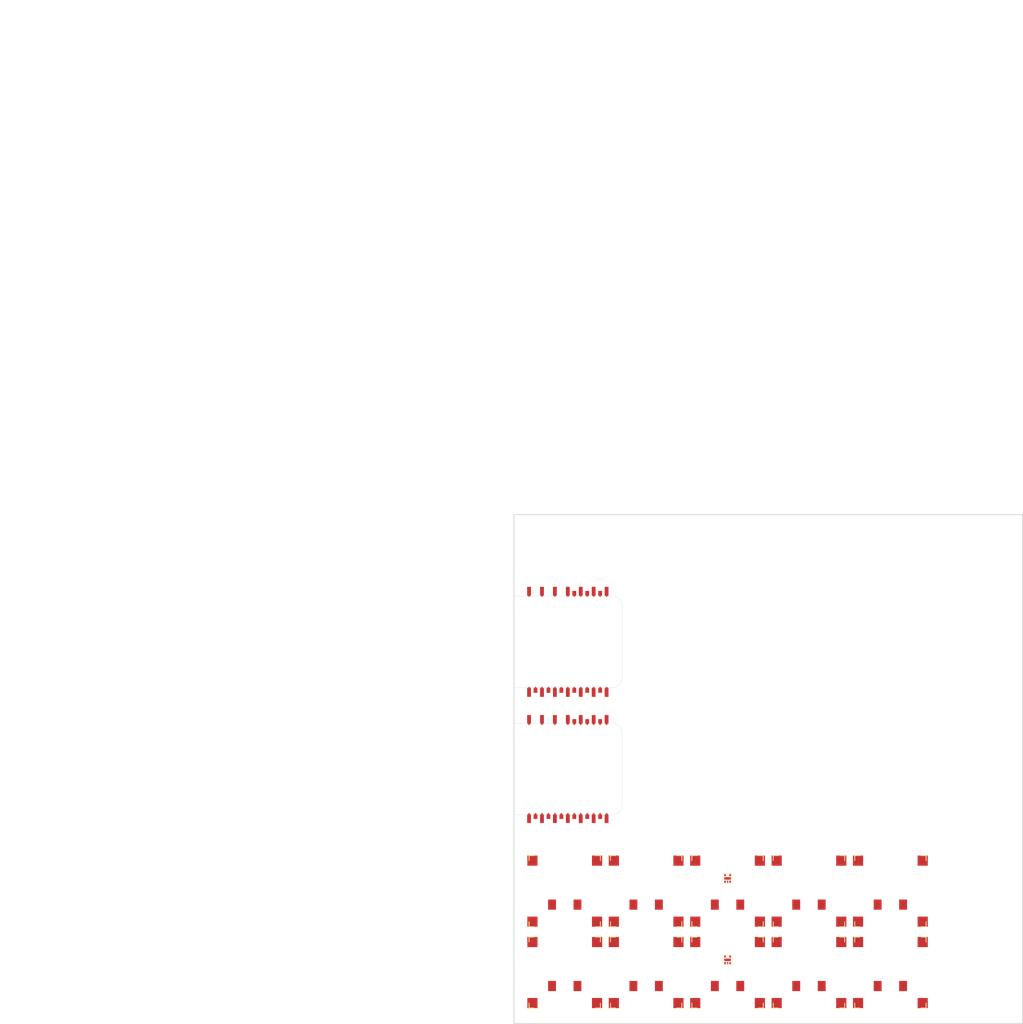
<source format=kicad_pcb>
(kicad_pcb (version 20171130) (host pcbnew 5.1.6)
  (title_block (title "utility_board") (rev "v1.0.0") (company "Unknown"))
  (layers (0 F.Cu signal) (31 B.Cu signal) (34 B.Paste user) (35 F.Paste user) (36 B.SilkS user) (37 F.SilkS user) (38 B.Mask user) (39 F.Mask user) (44 Edge.Cuts user))
  (net 0 "")
  (net 1 "P0.02")
  (net 2 "pinky_home")
  (net 3 "pinky_top")
  (net 4 "P0.15")
  (net 5 "ring_home")
  (net 6 "ring_top")
  (net 7 "P1.13")
  (net 8 "middle_home")
  (net 9 "middle_top")
  (net 10 "P1.05")
  (net 11 "index_home")
  (net 12 "index_top")
  (net 13 "P1.14")
  (net 14 "inner_home")
  (net 15 "inner_top")
  (net 16 "P0.03")
  (net 17 "P1.03")
  (net 18 "P0.28")
  (net 19 "P0.29")
  (net 20 "P0.04")
  (net 21 "P0.05")
  (net 22 "P1.11")
  (net 23 "P1.12")
  (net 24 "P1.15")
  (net 25 "3V3")
  (net 26 "GND")
  (net 27 "5V")
  (net 28 "P0.19")
  (net 29 "P1.01")
  (net 30 "P0.09")
  (net 31 "P0.10")
  (net 32 "P0.31")
  (net 33 "P1.07")
  (net 34 "DIO")
  (net 35 "CLK")
  (net 36 "RST")
  (net 37 "BAT+")
  (module PG1316S (layer F.Cu) (at 110 190 0)
    (fp_text reference "S1" hide)
    (fp_text value "" hide)
    (fp_line (start -7 -6) (end -7 -7) (layer F.SilkS) (width 0.15))
    (fp_line (start -7 7) (end -6 7) (layer F.SilkS) (width 0.15))
    (fp_line (start -6 -7) (end -7 -7) (layer F.SilkS) (width 0.15))
    (fp_line (start -7 7) (end -7 6) (layer F.SilkS) (width 0.15))
    (fp_line (start 7 6) (end 7 7) (layer F.SilkS) (width 0.15))
    (fp_line (start 7 -7) (end 6 -7) (layer F.SilkS) (width 0.15))
    (fp_line (start 6 7) (end 7 7) (layer F.SilkS) (width 0.15))
    (fp_line (start 7 -7) (end 7 -6) (layer F.SilkS) (width 0.15))
    (pad "1" smd rect (at -2.5 2.65 0) (size 1.55 2) (layers "F.Cu" "F.Paste" "F.Mask") (net 2 "pinky_home"))
    (pad "2" smd rect (at 2.5 2.65 0) (size 1.55 2) (layers "F.Cu" "F.Paste" "F.Mask") (net 1 "P0.02"))
    (pad "MP" smd rect (at -6.35 -6 0) (size 2 2) (layers "F.Cu" "F.Paste" "F.Mask"))
    (pad "MP" smd rect (at -6.35 6 0) (size 2 2) (layers "F.Cu" "F.Paste" "F.Mask"))
    (pad "MP" smd rect (at 6.35 -6 0) (size 2 2) (layers "F.Cu" "F.Paste" "F.Mask"))
    (pad "MP" smd rect (at 6.35 6 0) (size 2 2) (layers "F.Cu" "F.Paste" "F.Mask"))
  )
  (module PG1316S (layer F.Cu) (at 110 174 0)
    (fp_text reference "S2" hide)
    (fp_text value "" hide)
    (fp_line (start -7 -6) (end -7 -7) (layer F.SilkS) (width 0.15))
    (fp_line (start -7 7) (end -6 7) (layer F.SilkS) (width 0.15))
    (fp_line (start -6 -7) (end -7 -7) (layer F.SilkS) (width 0.15))
    (fp_line (start -7 7) (end -7 6) (layer F.SilkS) (width 0.15))
    (fp_line (start 7 6) (end 7 7) (layer F.SilkS) (width 0.15))
    (fp_line (start 7 -7) (end 6 -7) (layer F.SilkS) (width 0.15))
    (fp_line (start 6 7) (end 7 7) (layer F.SilkS) (width 0.15))
    (fp_line (start 7 -7) (end 7 -6) (layer F.SilkS) (width 0.15))
    (pad "1" smd rect (at -2.5 2.65 0) (size 1.55 2) (layers "F.Cu" "F.Paste" "F.Mask") (net 3 "pinky_top"))
    (pad "2" smd rect (at 2.5 2.65 0) (size 1.55 2) (layers "F.Cu" "F.Paste" "F.Mask") (net 1 "P0.02"))
    (pad "MP" smd rect (at -6.35 -6 0) (size 2 2) (layers "F.Cu" "F.Paste" "F.Mask"))
    (pad "MP" smd rect (at -6.35 6 0) (size 2 2) (layers "F.Cu" "F.Paste" "F.Mask"))
    (pad "MP" smd rect (at 6.35 -6 0) (size 2 2) (layers "F.Cu" "F.Paste" "F.Mask"))
    (pad "MP" smd rect (at 6.35 6 0) (size 2 2) (layers "F.Cu" "F.Paste" "F.Mask"))
  )
  (module PG1316S (layer F.Cu) (at 126 190 0)
    (fp_text reference "S3" hide)
    (fp_text value "" hide)
    (fp_line (start -7 -6) (end -7 -7) (layer F.SilkS) (width 0.15))
    (fp_line (start -7 7) (end -6 7) (layer F.SilkS) (width 0.15))
    (fp_line (start -6 -7) (end -7 -7) (layer F.SilkS) (width 0.15))
    (fp_line (start -7 7) (end -7 6) (layer F.SilkS) (width 0.15))
    (fp_line (start 7 6) (end 7 7) (layer F.SilkS) (width 0.15))
    (fp_line (start 7 -7) (end 6 -7) (layer F.SilkS) (width 0.15))
    (fp_line (start 6 7) (end 7 7) (layer F.SilkS) (width 0.15))
    (fp_line (start 7 -7) (end 7 -6) (layer F.SilkS) (width 0.15))
    (pad "1" smd rect (at -2.5 2.65 0) (size 1.55 2) (layers "F.Cu" "F.Paste" "F.Mask") (net 5 "ring_home"))
    (pad "2" smd rect (at 2.5 2.65 0) (size 1.55 2) (layers "F.Cu" "F.Paste" "F.Mask") (net 4 "P0.15"))
    (pad "MP" smd rect (at -6.35 -6 0) (size 2 2) (layers "F.Cu" "F.Paste" "F.Mask"))
    (pad "MP" smd rect (at -6.35 6 0) (size 2 2) (layers "F.Cu" "F.Paste" "F.Mask"))
    (pad "MP" smd rect (at 6.35 -6 0) (size 2 2) (layers "F.Cu" "F.Paste" "F.Mask"))
    (pad "MP" smd rect (at 6.35 6 0) (size 2 2) (layers "F.Cu" "F.Paste" "F.Mask"))
  )
  (module PG1316S (layer F.Cu) (at 126 174 0)
    (fp_text reference "S4" hide)
    (fp_text value "" hide)
    (fp_line (start -7 -6) (end -7 -7) (layer F.SilkS) (width 0.15))
    (fp_line (start -7 7) (end -6 7) (layer F.SilkS) (width 0.15))
    (fp_line (start -6 -7) (end -7 -7) (layer F.SilkS) (width 0.15))
    (fp_line (start -7 7) (end -7 6) (layer F.SilkS) (width 0.15))
    (fp_line (start 7 6) (end 7 7) (layer F.SilkS) (width 0.15))
    (fp_line (start 7 -7) (end 6 -7) (layer F.SilkS) (width 0.15))
    (fp_line (start 6 7) (end 7 7) (layer F.SilkS) (width 0.15))
    (fp_line (start 7 -7) (end 7 -6) (layer F.SilkS) (width 0.15))
    (pad "1" smd rect (at -2.5 2.65 0) (size 1.55 2) (layers "F.Cu" "F.Paste" "F.Mask") (net 6 "ring_top"))
    (pad "2" smd rect (at 2.5 2.65 0) (size 1.55 2) (layers "F.Cu" "F.Paste" "F.Mask") (net 4 "P0.15"))
    (pad "MP" smd rect (at -6.35 -6 0) (size 2 2) (layers "F.Cu" "F.Paste" "F.Mask"))
    (pad "MP" smd rect (at -6.35 6 0) (size 2 2) (layers "F.Cu" "F.Paste" "F.Mask"))
    (pad "MP" smd rect (at 6.35 -6 0) (size 2 2) (layers "F.Cu" "F.Paste" "F.Mask"))
    (pad "MP" smd rect (at 6.35 6 0) (size 2 2) (layers "F.Cu" "F.Paste" "F.Mask"))
  )
  (module PG1316S (layer F.Cu) (at 142 190 0)
    (fp_text reference "S5" hide)
    (fp_text value "" hide)
    (fp_line (start -7 -6) (end -7 -7) (layer F.SilkS) (width 0.15))
    (fp_line (start -7 7) (end -6 7) (layer F.SilkS) (width 0.15))
    (fp_line (start -6 -7) (end -7 -7) (layer F.SilkS) (width 0.15))
    (fp_line (start -7 7) (end -7 6) (layer F.SilkS) (width 0.15))
    (fp_line (start 7 6) (end 7 7) (layer F.SilkS) (width 0.15))
    (fp_line (start 7 -7) (end 6 -7) (layer F.SilkS) (width 0.15))
    (fp_line (start 6 7) (end 7 7) (layer F.SilkS) (width 0.15))
    (fp_line (start 7 -7) (end 7 -6) (layer F.SilkS) (width 0.15))
    (pad "1" smd rect (at -2.5 2.65 0) (size 1.55 2) (layers "F.Cu" "F.Paste" "F.Mask") (net 8 "middle_home"))
    (pad "2" smd rect (at 2.5 2.65 0) (size 1.55 2) (layers "F.Cu" "F.Paste" "F.Mask") (net 7 "P1.13"))
    (pad "MP" smd rect (at -6.35 -6 0) (size 2 2) (layers "F.Cu" "F.Paste" "F.Mask"))
    (pad "MP" smd rect (at -6.35 6 0) (size 2 2) (layers "F.Cu" "F.Paste" "F.Mask"))
    (pad "MP" smd rect (at 6.35 -6 0) (size 2 2) (layers "F.Cu" "F.Paste" "F.Mask"))
    (pad "MP" smd rect (at 6.35 6 0) (size 2 2) (layers "F.Cu" "F.Paste" "F.Mask"))
  )
  (module PG1316S (layer F.Cu) (at 142 174 0)
    (fp_text reference "S6" hide)
    (fp_text value "" hide)
    (fp_line (start -7 -6) (end -7 -7) (layer F.SilkS) (width 0.15))
    (fp_line (start -7 7) (end -6 7) (layer F.SilkS) (width 0.15))
    (fp_line (start -6 -7) (end -7 -7) (layer F.SilkS) (width 0.15))
    (fp_line (start -7 7) (end -7 6) (layer F.SilkS) (width 0.15))
    (fp_line (start 7 6) (end 7 7) (layer F.SilkS) (width 0.15))
    (fp_line (start 7 -7) (end 6 -7) (layer F.SilkS) (width 0.15))
    (fp_line (start 6 7) (end 7 7) (layer F.SilkS) (width 0.15))
    (fp_line (start 7 -7) (end 7 -6) (layer F.SilkS) (width 0.15))
    (pad "1" smd rect (at -2.5 2.65 0) (size 1.55 2) (layers "F.Cu" "F.Paste" "F.Mask") (net 9 "middle_top"))
    (pad "2" smd rect (at 2.5 2.65 0) (size 1.55 2) (layers "F.Cu" "F.Paste" "F.Mask") (net 7 "P1.13"))
    (pad "MP" smd rect (at -6.35 -6 0) (size 2 2) (layers "F.Cu" "F.Paste" "F.Mask"))
    (pad "MP" smd rect (at -6.35 6 0) (size 2 2) (layers "F.Cu" "F.Paste" "F.Mask"))
    (pad "MP" smd rect (at 6.35 -6 0) (size 2 2) (layers "F.Cu" "F.Paste" "F.Mask"))
    (pad "MP" smd rect (at 6.35 6 0) (size 2 2) (layers "F.Cu" "F.Paste" "F.Mask"))
  )
  (module PG1316S (layer F.Cu) (at 158 190 0)
    (fp_text reference "S7" hide)
    (fp_text value "" hide)
    (fp_line (start -7 -6) (end -7 -7) (layer F.SilkS) (width 0.15))
    (fp_line (start -7 7) (end -6 7) (layer F.SilkS) (width 0.15))
    (fp_line (start -6 -7) (end -7 -7) (layer F.SilkS) (width 0.15))
    (fp_line (start -7 7) (end -7 6) (layer F.SilkS) (width 0.15))
    (fp_line (start 7 6) (end 7 7) (layer F.SilkS) (width 0.15))
    (fp_line (start 7 -7) (end 6 -7) (layer F.SilkS) (width 0.15))
    (fp_line (start 6 7) (end 7 7) (layer F.SilkS) (width 0.15))
    (fp_line (start 7 -7) (end 7 -6) (layer F.SilkS) (width 0.15))
    (pad "1" smd rect (at -2.5 2.65 0) (size 1.55 2) (layers "F.Cu" "F.Paste" "F.Mask") (net 11 "index_home"))
    (pad "2" smd rect (at 2.5 2.65 0) (size 1.55 2) (layers "F.Cu" "F.Paste" "F.Mask") (net 10 "P1.05"))
    (pad "MP" smd rect (at -6.35 -6 0) (size 2 2) (layers "F.Cu" "F.Paste" "F.Mask"))
    (pad "MP" smd rect (at -6.35 6 0) (size 2 2) (layers "F.Cu" "F.Paste" "F.Mask"))
    (pad "MP" smd rect (at 6.35 -6 0) (size 2 2) (layers "F.Cu" "F.Paste" "F.Mask"))
    (pad "MP" smd rect (at 6.35 6 0) (size 2 2) (layers "F.Cu" "F.Paste" "F.Mask"))
  )
  (module PG1316S (layer F.Cu) (at 158 174 0)
    (fp_text reference "S8" hide)
    (fp_text value "" hide)
    (fp_line (start -7 -6) (end -7 -7) (layer F.SilkS) (width 0.15))
    (fp_line (start -7 7) (end -6 7) (layer F.SilkS) (width 0.15))
    (fp_line (start -6 -7) (end -7 -7) (layer F.SilkS) (width 0.15))
    (fp_line (start -7 7) (end -7 6) (layer F.SilkS) (width 0.15))
    (fp_line (start 7 6) (end 7 7) (layer F.SilkS) (width 0.15))
    (fp_line (start 7 -7) (end 6 -7) (layer F.SilkS) (width 0.15))
    (fp_line (start 6 7) (end 7 7) (layer F.SilkS) (width 0.15))
    (fp_line (start 7 -7) (end 7 -6) (layer F.SilkS) (width 0.15))
    (pad "1" smd rect (at -2.5 2.65 0) (size 1.55 2) (layers "F.Cu" "F.Paste" "F.Mask") (net 12 "index_top"))
    (pad "2" smd rect (at 2.5 2.65 0) (size 1.55 2) (layers "F.Cu" "F.Paste" "F.Mask") (net 10 "P1.05"))
    (pad "MP" smd rect (at -6.35 -6 0) (size 2 2) (layers "F.Cu" "F.Paste" "F.Mask"))
    (pad "MP" smd rect (at -6.35 6 0) (size 2 2) (layers "F.Cu" "F.Paste" "F.Mask"))
    (pad "MP" smd rect (at 6.35 -6 0) (size 2 2) (layers "F.Cu" "F.Paste" "F.Mask"))
    (pad "MP" smd rect (at 6.35 6 0) (size 2 2) (layers "F.Cu" "F.Paste" "F.Mask"))
  )
  (module PG1316S (layer F.Cu) (at 174 190 0)
    (fp_text reference "S9" hide)
    (fp_text value "" hide)
    (fp_line (start -7 -6) (end -7 -7) (layer F.SilkS) (width 0.15))
    (fp_line (start -7 7) (end -6 7) (layer F.SilkS) (width 0.15))
    (fp_line (start -6 -7) (end -7 -7) (layer F.SilkS) (width 0.15))
    (fp_line (start -7 7) (end -7 6) (layer F.SilkS) (width 0.15))
    (fp_line (start 7 6) (end 7 7) (layer F.SilkS) (width 0.15))
    (fp_line (start 7 -7) (end 6 -7) (layer F.SilkS) (width 0.15))
    (fp_line (start 6 7) (end 7 7) (layer F.SilkS) (width 0.15))
    (fp_line (start 7 -7) (end 7 -6) (layer F.SilkS) (width 0.15))
    (pad "1" smd rect (at -2.5 2.65 0) (size 1.55 2) (layers "F.Cu" "F.Paste" "F.Mask") (net 14 "inner_home"))
    (pad "2" smd rect (at 2.5 2.65 0) (size 1.55 2) (layers "F.Cu" "F.Paste" "F.Mask") (net 13 "P1.14"))
    (pad "MP" smd rect (at -6.35 -6 0) (size 2 2) (layers "F.Cu" "F.Paste" "F.Mask"))
    (pad "MP" smd rect (at -6.35 6 0) (size 2 2) (layers "F.Cu" "F.Paste" "F.Mask"))
    (pad "MP" smd rect (at 6.35 -6 0) (size 2 2) (layers "F.Cu" "F.Paste" "F.Mask"))
    (pad "MP" smd rect (at 6.35 6 0) (size 2 2) (layers "F.Cu" "F.Paste" "F.Mask"))
  )
  (module PG1316S (layer F.Cu) (at 174 174 0)
    (fp_text reference "S10" hide)
    (fp_text value "" hide)
    (fp_line (start -7 -6) (end -7 -7) (layer F.SilkS) (width 0.15))
    (fp_line (start -7 7) (end -6 7) (layer F.SilkS) (width 0.15))
    (fp_line (start -6 -7) (end -7 -7) (layer F.SilkS) (width 0.15))
    (fp_line (start -7 7) (end -7 6) (layer F.SilkS) (width 0.15))
    (fp_line (start 7 6) (end 7 7) (layer F.SilkS) (width 0.15))
    (fp_line (start 7 -7) (end 6 -7) (layer F.SilkS) (width 0.15))
    (fp_line (start 6 7) (end 7 7) (layer F.SilkS) (width 0.15))
    (fp_line (start 7 -7) (end 7 -6) (layer F.SilkS) (width 0.15))
    (pad "1" smd rect (at -2.5 2.65 0) (size 1.55 2) (layers "F.Cu" "F.Paste" "F.Mask") (net 15 "inner_top"))
    (pad "2" smd rect (at 2.5 2.65 0) (size 1.55 2) (layers "F.Cu" "F.Paste" "F.Mask") (net 13 "P1.14"))
    (pad "MP" smd rect (at -6.35 -6 0) (size 2 2) (layers "F.Cu" "F.Paste" "F.Mask"))
    (pad "MP" smd rect (at -6.35 6 0) (size 2 2) (layers "F.Cu" "F.Paste" "F.Mask"))
    (pad "MP" smd rect (at 6.35 -6 0) (size 2 2) (layers "F.Cu" "F.Paste" "F.Mask"))
    (pad "MP" smd rect (at 6.35 6 0) (size 2 2) (layers "F.Cu" "F.Paste" "F.Mask"))
  )
  (footprint "D_MMBD4148PLM" (at 142 187.5 180) (layer F.Cu)
    (property "Reference" "D1" hide)
    (pad "1" smd roundrect (at -0.5 -0.6875 360) (size 0.3 0.525) (layers "F.Cu" "F.Mask" "F.Paste") (roundrect_rratio 0.15) (net 11 "index_home"))
    (pad "2" smd roundrect (at 0 -0.6875 360) (size 0.3 0.525) (layers "F.Cu" "F.Mask" "F.Paste") (roundrect_rratio 0.15) (net 8 "middle_home"))
    (pad "3" smd roundrect (at 0.5 -0.6875 360) (size 0.3 0.525) (layers "F.Cu" "F.Mask" "F.Paste") (roundrect_rratio 0.15) (net 5 "ring_home"))
    (pad "4" smd roundrect (at -0.5 0.6875 360) (size 0.3 0.525) (layers "F.Cu" "F.Mask" "F.Paste") (roundrect_rratio 0.15) (net 14 "inner_home"))
    (pad "5" smd roundrect (at 0.5 0.6875 360) (size 0.3 0.525) (layers "F.Cu" "F.Mask" "F.Paste") (roundrect_rratio 0.15) (net 2 "pinky_home"))
    (pad "6" smd roundrect (at 0 0 360) (size 1.3 0.5) (layers "F.Cu" "F.Mask" "F.Paste") (roundrect_rratio 0.15) (net 16 "P0.03"))
    (fp_rect (start -0.85 -0.85) (end 0.85 0.85) (stroke (width 0.1)) (fill no) (layer F.SilkS))
  )
  (footprint "D_MMBD4148PLM" (at 142 171.5 180) (layer F.Cu)
    (property "Reference" "D2" hide)
    (pad "1" smd roundrect (at -0.5 -0.6875 360) (size 0.3 0.525) (layers "F.Cu" "F.Mask" "F.Paste") (roundrect_rratio 0.15) (net 12 "index_top"))
    (pad "2" smd roundrect (at 0 -0.6875 360) (size 0.3 0.525) (layers "F.Cu" "F.Mask" "F.Paste") (roundrect_rratio 0.15) (net 9 "middle_top"))
    (pad "3" smd roundrect (at 0.5 -0.6875 360) (size 0.3 0.525) (layers "F.Cu" "F.Mask" "F.Paste") (roundrect_rratio 0.15) (net 6 "ring_top"))
    (pad "4" smd roundrect (at -0.5 0.6875 360) (size 0.3 0.525) (layers "F.Cu" "F.Mask" "F.Paste") (roundrect_rratio 0.15) (net 15 "inner_top"))
    (pad "5" smd roundrect (at 0.5 0.6875 360) (size 0.3 0.525) (layers "F.Cu" "F.Mask" "F.Paste") (roundrect_rratio 0.15) (net 3 "pinky_top"))
    (pad "6" smd roundrect (at 0 0 360) (size 1.3 0.5) (layers "F.Cu" "F.Mask" "F.Paste") (roundrect_rratio 0.15) (net 17 "P1.03"))
    (fp_rect (start -0.85 -0.85) (end 0.85 0.85) (stroke (width 0.1)) (fill no) (layer F.SilkS))
  )
  (footprint "xiao_plus_cutout" (at 110.6 150 90) (layer F.Cu)
    (property "Reference" "J1" hide)
    (pad "1" smd roundrect (at -9.6 -7.6165 270) (size 2.032 0.75) (layers "F.Cu" "F.Mask" "F.Paste") (roundrect_rratio 0.1) (chamfer_ratio 0.5) (chamfer top_left bottom_left) (net 1 "P0.02"))
    (pad "2" smd roundrect (at -9.6 -5.0765 270) (size 2.032 0.75) (layers "F.Cu" "F.Mask" "F.Paste") (roundrect_rratio 0.1) (chamfer_ratio 0.5) (chamfer top_left bottom_left) (net 16 "P0.03"))
    (pad "3" smd roundrect (at -9.6 -2.5365 270) (size 2.032 0.75) (layers "F.Cu" "F.Mask" "F.Paste") (roundrect_rratio 0.1) (chamfer_ratio 0.5) (chamfer top_left bottom_left) (net 18 "P0.28"))
    (pad "4" smd roundrect (at -9.6 0.0035 270) (size 2.032 0.75) (layers "F.Cu" "F.Mask" "F.Paste") (roundrect_rratio 0.1) (chamfer_ratio 0.5) (chamfer top_left bottom_left) (net 19 "P0.29"))
    (pad "5" smd roundrect (at -9.6 2.5435 270) (size 2.032 0.75) (layers "F.Cu" "F.Mask" "F.Paste") (roundrect_rratio 0.1) (chamfer_ratio 0.5) (chamfer top_left bottom_left) (net 20 "P0.04"))
    (pad "6" smd roundrect (at -9.6 5.0835 270) (size 2.032 0.75) (layers "F.Cu" "F.Mask" "F.Paste") (roundrect_rratio 0.1) (chamfer_ratio 0.5) (chamfer top_left bottom_left) (net 21 "P0.05"))
    (pad "7" smd roundrect (at -9.6 7.6235 270) (size 2.032 0.75) (layers "F.Cu" "F.Mask" "F.Paste") (roundrect_rratio 0.1) (chamfer_ratio 0.5) (chamfer top_left bottom_left) (net 22 "P1.11"))
    (pad "8" smd roundrect (at 9.6 7.6235 90) (size 2.032 0.75) (layers "F.Cu" "F.Mask" "F.Paste") (roundrect_rratio 0.1) (chamfer_ratio 0.5) (chamfer top_left bottom_left) (net 23 "P1.12"))
    (pad "9" smd roundrect (at 9.6 5.0835 90) (size 2.032 0.75) (layers "F.Cu" "F.Mask" "F.Paste") (roundrect_rratio 0.1) (chamfer_ratio 0.5) (chamfer top_left bottom_left) (net 7 "P1.13"))
    (pad "10" smd roundrect (at 9.6 2.5435 90) (size 2.032 0.75) (layers "F.Cu" "F.Mask" "F.Paste") (roundrect_rratio 0.1) (chamfer_ratio 0.5) (chamfer top_left bottom_left) (net 13 "P1.14"))
    (pad "11" smd roundrect (at 9.6 0.0035 90) (size 2.032 0.75) (layers "F.Cu" "F.Mask" "F.Paste") (roundrect_rratio 0.1) (chamfer_ratio 0.5) (chamfer top_left bottom_left) (net 24 "P1.15"))
    (pad "12" smd roundrect (at 9.6 -2.5365 90) (size 2.032 0.75) (layers "F.Cu" "F.Mask" "F.Paste") (roundrect_rratio 0.1) (chamfer_ratio 0.5) (chamfer top_left bottom_left) (net 25 "3V3"))
    (pad "13" smd roundrect (at 9.6 -5.0765 90) (size 2.032 0.75) (layers "F.Cu" "F.Mask" "F.Paste") (roundrect_rratio 0.1) (chamfer_ratio 0.5) (chamfer top_left bottom_left) (net 26 "GND"))
    (pad "14" smd roundrect (at 9.6 -7.6165 90) (size 2.032 0.75) (layers "F.Cu" "F.Mask" "F.Paste") (roundrect_rratio 0.1) (chamfer_ratio 0.5) (chamfer top_left bottom_left) (net 27 "5V"))
    (pad "15" smd roundrect (at -9.2 -6.3465 270) (size 1.232 0.75) (layers "F.Cu" "F.Mask" "F.Paste") (roundrect_rratio 0.1) (chamfer_ratio 0.5) (chamfer top_left bottom_left) (net 4 "P0.15"))
    (pad "16" smd roundrect (at -9.2 -3.8065 270) (size 1.232 0.75) (layers "F.Cu" "F.Mask" "F.Paste") (roundrect_rratio 0.1) (chamfer_ratio 0.5) (chamfer top_left bottom_left) (net 28 "P0.19"))
    (pad "17" smd roundrect (at -9.2 -1.2665 270) (size 1.232 0.75) (layers "F.Cu" "F.Mask" "F.Paste") (roundrect_rratio 0.1) (chamfer_ratio 0.5) (chamfer top_left bottom_left) (net 29 "P1.01"))
    (pad "18" smd roundrect (at -9.2 1.2735 270) (size 1.232 0.75) (layers "F.Cu" "F.Mask" "F.Paste") (roundrect_rratio 0.1) (chamfer_ratio 0.5) (chamfer top_left bottom_left) (net 30 "P0.09"))
    (pad "19" smd roundrect (at -9.2 3.8135 270) (size 1.232 0.75) (layers "F.Cu" "F.Mask" "F.Paste") (roundrect_rratio 0.1) (chamfer_ratio 0.5) (chamfer top_left bottom_left) (net 31 "P0.10"))
    (pad "20" smd roundrect (at -9.2 6.3535 270) (size 1.232 0.75) (layers "F.Cu" "F.Mask" "F.Paste") (roundrect_rratio 0.1) (chamfer_ratio 0.5) (chamfer top_left bottom_left) (net 32 "P0.31"))
    (pad "21" smd roundrect (at 9.2 6.3535 90) (size 1.232 0.75) (layers "F.Cu" "F.Mask" "F.Paste") (roundrect_rratio 0.1) (chamfer_ratio 0.5) (chamfer top_left bottom_left) (net 17 "P1.03"))
    (pad "22" smd roundrect (at 9.2 3.8135 90) (size 1.232 0.75) (layers "F.Cu" "F.Mask" "F.Paste") (roundrect_rratio 0.1) (chamfer_ratio 0.5) (chamfer top_left bottom_left) (net 10 "P1.05"))
    (pad "23" smd roundrect (at 9.2 1.2735 90) (size 1.232 0.75) (layers "F.Cu" "F.Mask" "F.Paste") (roundrect_rratio 0.1) (chamfer_ratio 0.5) (chamfer top_left bottom_left) (net 33 "P1.07"))
    (fp_line (start -8.99 -7.8665) (end -8.99 -10.6675) (stroke (width 0.05)) (layer "Edge.Cuts"))
    (fp_arc (start -8.99 -7.6165) (end -8.99 -7.8665) (angle 180) (stroke (width 0.05)) (layer "Edge.Cuts"))
    (fp_line (start -8.99 -6.5965) (end -8.99 -7.3665) (stroke (width 0.05)) (layer "Edge.Cuts"))
    (fp_arc (start -8.99 -6.3465) (end -8.99 -6.5965) (angle 180) (stroke (width 0.05)) (layer "Edge.Cuts"))
    (fp_line (start -8.99 -5.3265) (end -8.99 -6.0965) (stroke (width 0.05)) (layer "Edge.Cuts"))
    (fp_arc (start -8.99 -5.0765) (end -8.99 -5.3265) (angle 180) (stroke (width 0.05)) (layer "Edge.Cuts"))
    (fp_line (start -8.99 -4.0565) (end -8.99 -4.8265) (stroke (width 0.05)) (layer "Edge.Cuts"))
    (fp_arc (start -8.99 -3.8065) (end -8.99 -4.0565) (angle 180) (stroke (width 0.05)) (layer "Edge.Cuts"))
    (fp_line (start -8.99 -2.7865) (end -8.99 -3.5565) (stroke (width 0.05)) (layer "Edge.Cuts"))
    (fp_arc (start -8.99 -2.5365) (end -8.99 -2.7865) (angle 180) (stroke (width 0.05)) (layer "Edge.Cuts"))
    (fp_line (start -8.99 -1.5165) (end -8.99 -2.2865) (stroke (width 0.05)) (layer "Edge.Cuts"))
    (fp_arc (start -8.99 -1.2665) (end -8.99 -1.5165) (angle 180) (stroke (width 0.05)) (layer "Edge.Cuts"))
    (fp_line (start -8.99 -0.2435) (end -8.99 -1.0165) (stroke (width 0.05)) (layer "Edge.Cuts"))
    (fp_arc (start -8.99 0.0035) (end -8.99 0.2535) (angle -180) (stroke (width 0.05)) (layer "Edge.Cuts"))
    (fp_line (start -8.99 1.0235) (end -8.99 0.2535) (stroke (width 0.05)) (layer "Edge.Cuts"))
    (fp_arc (start -8.99 1.2735) (end -8.99 1.5235) (angle -180) (stroke (width 0.05)) (layer "Edge.Cuts"))
    (fp_line (start -8.99 2.2935) (end -8.99 1.5235) (stroke (width 0.05)) (layer "Edge.Cuts"))
    (fp_arc (start -8.99 2.5435) (end -8.99 2.7935) (angle -180) (stroke (width 0.05)) (layer "Edge.Cuts"))
    (fp_line (start -8.99 3.5635) (end -8.99 2.7935) (stroke (width 0.05)) (layer "Edge.Cuts"))
    (fp_arc (start -8.99 3.8135) (end -8.99 4.0635) (angle -180) (stroke (width 0.05)) (layer "Edge.Cuts"))
    (fp_line (start -8.99 4.8335) (end -8.99 4.0635) (stroke (width 0.05)) (layer "Edge.Cuts"))
    (fp_arc (start -8.99 5.0835) (end -8.99 5.3335) (angle -180) (stroke (width 0.05)) (layer "Edge.Cuts"))
    (fp_line (start -8.99 6.1035) (end -8.99 5.3335) (stroke (width 0.05)) (layer "Edge.Cuts"))
    (fp_arc (start -8.99 6.3535) (end -8.99 6.6035) (angle -180) (stroke (width 0.05)) (layer "Edge.Cuts"))
    (fp_line (start -8.99 7.3735) (end -8.99 6.6035) (stroke (width 0.05)) (layer "Edge.Cuts"))
    (fp_arc (start -8.99 7.6235) (end -8.99 7.8735) (angle -180) (stroke (width 0.05)) (layer "Edge.Cuts"))
    (fp_line (start -8.99 8.7625) (end -8.99 7.8735) (stroke (width 0.05)) (layer "Edge.Cuts"))
    (fp_line (start 8.99 -7.8665) (end 8.99 -10.6675) (stroke (width 0.05)) (layer "Edge.Cuts"))
    (fp_arc (start 8.99 -7.6165) (end 8.99 -7.8665) (angle -180) (stroke (width 0.05)) (layer "Edge.Cuts"))
    (fp_line (start 8.99 -5.3265) (end 8.99 -7.3665) (stroke (width 0.05)) (layer "Edge.Cuts"))
    (fp_arc (start 8.99 -5.0765) (end 8.99 -5.3265) (angle -180) (stroke (width 0.05)) (layer "Edge.Cuts"))
    (fp_line (start 8.99 -2.7865) (end 8.99 -4.8265) (stroke (width 0.05)) (layer "Edge.Cuts"))
    (fp_arc (start 8.99 -2.5365) (end 8.99 -2.7865) (angle -180) (stroke (width 0.05)) (layer "Edge.Cuts"))
    (fp_line (start 8.99 -0.2465) (end 8.99 -2.2865) (stroke (width 0.05)) (layer "Edge.Cuts"))
    (fp_arc (start 8.99 0.0035) (end 8.99 0.2535) (angle 180) (stroke (width 0.05)) (layer "Edge.Cuts"))
    (fp_line (start 8.99 1.0235) (end 8.99 0.2535) (stroke (width 0.05)) (layer "Edge.Cuts"))
    (fp_arc (start 8.99 1.2735) (end 8.99 1.5235) (angle 180) (stroke (width 0.05)) (layer "Edge.Cuts"))
    (fp_line (start 8.99 2.2935) (end 8.99 1.5235) (stroke (width 0.05)) (layer "Edge.Cuts"))
    (fp_arc (start 8.99 2.5435) (end 8.99 2.7935) (angle 180) (stroke (width 0.05)) (layer "Edge.Cuts"))
    (fp_line (start 8.99 3.5635) (end 8.99 2.7935) (stroke (width 0.05)) (layer "Edge.Cuts"))
    (fp_arc (start 8.99 3.8135) (end 8.99 4.0635) (angle 180) (stroke (width 0.05)) (layer "Edge.Cuts"))
    (fp_line (start 8.99 4.8335) (end 8.99 4.0635) (stroke (width 0.05)) (layer "Edge.Cuts"))
    (fp_arc (start 8.99 5.0835) (end 8.99 5.3335) (angle 180) (stroke (width 0.05)) (layer "Edge.Cuts"))
    (fp_line (start 8.99 6.1035) (end 8.99 5.3335) (stroke (width 0.05)) (layer "Edge.Cuts"))
    (fp_arc (start 8.99 6.3535) (end 8.99 6.6035) (angle 180) (stroke (width 0.05)) (layer "Edge.Cuts"))
    (fp_line (start 8.99 7.3735) (end 8.99 6.6035) (stroke (width 0.05)) (layer "Edge.Cuts"))
    (fp_arc (start 8.99 7.6235) (end 8.99 7.8735) (angle 180) (stroke (width 0.05)) (layer "Edge.Cuts"))
    (fp_line (start 8.99 8.7625) (end 8.99 7.8735) (stroke (width 0.05)) (layer "Edge.Cuts"))
    (fp_line (start 7.085 10.6675) (end -7.085 10.6675) (stroke (width 0.05)) (layer "Edge.Cuts"))
    (fp_arc (start -7.084999 8.7625) (end -7.085 10.6675) (angle 89.9999) (stroke (width 0.05)) (layer "Edge.Cuts"))
    (fp_arc (start 7.084999 8.7625) (end 8.99 8.7625) (angle 90) (stroke (width 0.05)) (layer "Edge.Cuts"))
  )
  (footprint "xiao_plus_cutout" (at 110.6 125 90) (layer F.Cu)
    (property "Reference" "J2" hide)
    (pad "1" smd roundrect (at -9.8 -7.6165 270) (size 2.032 0.75) (layers "F.Cu" "F.Mask" "F.Paste") (roundrect_rratio 0.1) (chamfer_ratio 0.5) (chamfer top_left bottom_left) (net 1 "P0.02"))
    (pad "2" smd roundrect (at -9.8 -5.0765 270) (size 2.032 0.75) (layers "F.Cu" "F.Mask" "F.Paste") (roundrect_rratio 0.1) (chamfer_ratio 0.5) (chamfer top_left bottom_left) (net 16 "P0.03"))
    (pad "3" smd roundrect (at -9.8 -2.5365 270) (size 2.032 0.75) (layers "F.Cu" "F.Mask" "F.Paste") (roundrect_rratio 0.1) (chamfer_ratio 0.5) (chamfer top_left bottom_left) (net 18 "P0.28"))
    (pad "4" smd roundrect (at -9.8 0.0035 270) (size 2.032 0.75) (layers "F.Cu" "F.Mask" "F.Paste") (roundrect_rratio 0.1) (chamfer_ratio 0.5) (chamfer top_left bottom_left) (net 19 "P0.29"))
    (pad "5" smd roundrect (at -9.8 2.5435 270) (size 2.032 0.75) (layers "F.Cu" "F.Mask" "F.Paste") (roundrect_rratio 0.1) (chamfer_ratio 0.5) (chamfer top_left bottom_left) (net 20 "P0.04"))
    (pad "6" smd roundrect (at -9.8 5.0835 270) (size 2.032 0.75) (layers "F.Cu" "F.Mask" "F.Paste") (roundrect_rratio 0.1) (chamfer_ratio 0.5) (chamfer top_left bottom_left) (net 21 "P0.05"))
    (pad "7" smd roundrect (at -9.8 7.6235 270) (size 2.032 0.75) (layers "F.Cu" "F.Mask" "F.Paste") (roundrect_rratio 0.1) (chamfer_ratio 0.5) (chamfer top_left bottom_left) (net 22 "P1.11"))
    (pad "8" smd roundrect (at 9.8 7.6235 90) (size 2.032 0.75) (layers "F.Cu" "F.Mask" "F.Paste") (roundrect_rratio 0.1) (chamfer_ratio 0.5) (chamfer top_left bottom_left) (net 23 "P1.12"))
    (pad "9" smd roundrect (at 9.8 5.0835 90) (size 2.032 0.75) (layers "F.Cu" "F.Mask" "F.Paste") (roundrect_rratio 0.1) (chamfer_ratio 0.5) (chamfer top_left bottom_left) (net 7 "P1.13"))
    (pad "10" smd roundrect (at 9.8 2.5435 90) (size 2.032 0.75) (layers "F.Cu" "F.Mask" "F.Paste") (roundrect_rratio 0.1) (chamfer_ratio 0.5) (chamfer top_left bottom_left) (net 13 "P1.14"))
    (pad "11" smd roundrect (at 9.8 0.0035 90) (size 2.032 0.75) (layers "F.Cu" "F.Mask" "F.Paste") (roundrect_rratio 0.1) (chamfer_ratio 0.5) (chamfer top_left bottom_left) (net 24 "P1.15"))
    (pad "12" smd roundrect (at 9.8 -2.5365 90) (size 2.032 0.75) (layers "F.Cu" "F.Mask" "F.Paste") (roundrect_rratio 0.1) (chamfer_ratio 0.5) (chamfer top_left bottom_left) (net 25 "3V3"))
    (pad "13" smd roundrect (at 9.8 -5.0765 90) (size 2.032 0.75) (layers "F.Cu" "F.Mask" "F.Paste") (roundrect_rratio 0.1) (chamfer_ratio 0.5) (chamfer top_left bottom_left) (net 26 "GND"))
    (pad "14" smd roundrect (at 9.8 -7.6165 90) (size 2.032 0.75) (layers "F.Cu" "F.Mask" "F.Paste") (roundrect_rratio 0.1) (chamfer_ratio 0.5) (chamfer top_left bottom_left) (net 27 "5V"))
    (pad "15" smd roundrect (at -9.4 -6.3465 270) (size 1.232 0.75) (layers "F.Cu" "F.Mask" "F.Paste") (roundrect_rratio 0.1) (chamfer_ratio 0.5) (chamfer top_left bottom_left) (net 4 "P0.15"))
    (pad "16" smd roundrect (at -9.4 -3.8065 270) (size 1.232 0.75) (layers "F.Cu" "F.Mask" "F.Paste") (roundrect_rratio 0.1) (chamfer_ratio 0.5) (chamfer top_left bottom_left) (net 28 "P0.19"))
    (pad "17" smd roundrect (at -9.4 -1.2665 270) (size 1.232 0.75) (layers "F.Cu" "F.Mask" "F.Paste") (roundrect_rratio 0.1) (chamfer_ratio 0.5) (chamfer top_left bottom_left) (net 29 "P1.01"))
    (pad "18" smd roundrect (at -9.4 1.2735 270) (size 1.232 0.75) (layers "F.Cu" "F.Mask" "F.Paste") (roundrect_rratio 0.1) (chamfer_ratio 0.5) (chamfer top_left bottom_left) (net 30 "P0.09"))
    (pad "19" smd roundrect (at -9.4 3.8135 270) (size 1.232 0.75) (layers "F.Cu" "F.Mask" "F.Paste") (roundrect_rratio 0.1) (chamfer_ratio 0.5) (chamfer top_left bottom_left) (net 31 "P0.10"))
    (pad "20" smd roundrect (at -9.4 6.3535 270) (size 1.232 0.75) (layers "F.Cu" "F.Mask" "F.Paste") (roundrect_rratio 0.1) (chamfer_ratio 0.5) (chamfer top_left bottom_left) (net 32 "P0.31"))
    (pad "21" smd roundrect (at 9.4 6.3535 90) (size 1.232 0.75) (layers "F.Cu" "F.Mask" "F.Paste") (roundrect_rratio 0.1) (chamfer_ratio 0.5) (chamfer top_left bottom_left) (net 17 "P1.03"))
    (pad "22" smd roundrect (at 9.4 3.8135 90) (size 1.232 0.75) (layers "F.Cu" "F.Mask" "F.Paste") (roundrect_rratio 0.1) (chamfer_ratio 0.5) (chamfer top_left bottom_left) (net 10 "P1.05"))
    (pad "23" smd roundrect (at 9.4 1.2735 90) (size 1.232 0.75) (layers "F.Cu" "F.Mask" "F.Paste") (roundrect_rratio 0.1) (chamfer_ratio 0.5) (chamfer top_left bottom_left) (net 33 "P1.07"))
    (fp_line (start -8.99 8.7625) (end -8.99 -10.6675) (stroke (width 0.05)) (layer "Edge.Cuts"))
    (fp_line (start 7.085 10.6675) (end -7.085 10.6675) (stroke (width 0.05)) (layer "Edge.Cuts"))
    (fp_line (start 8.99 -10.4675) (end 8.99 8.7625) (stroke (width 0.05)) (layer "Edge.Cuts"))
    (fp_arc (start -7.084999 8.7625) (end -7.085 10.6675) (angle 89.9999) (stroke (width 0.05)) (layer "Edge.Cuts"))
    (fp_arc (start 7.084999 8.7625) (end 8.99 8.7625) (angle 90) (stroke (width 0.05)) (layer "Edge.Cuts"))
  )
  (gr_line (start 200 200) (end 100 200) (angle 90) (layer Edge.Cuts) (width 0.15))
  (gr_line (start 100 200) (end 100 100) (angle 90) (layer Edge.Cuts) (width 0.15))
  (gr_line (start 100 100) (end 200 100) (angle 90) (layer Edge.Cuts) (width 0.15))
  (gr_line (start 200 100) (end 200 200) (angle 90) (layer Edge.Cuts) (width 0.15))
)
</source>
